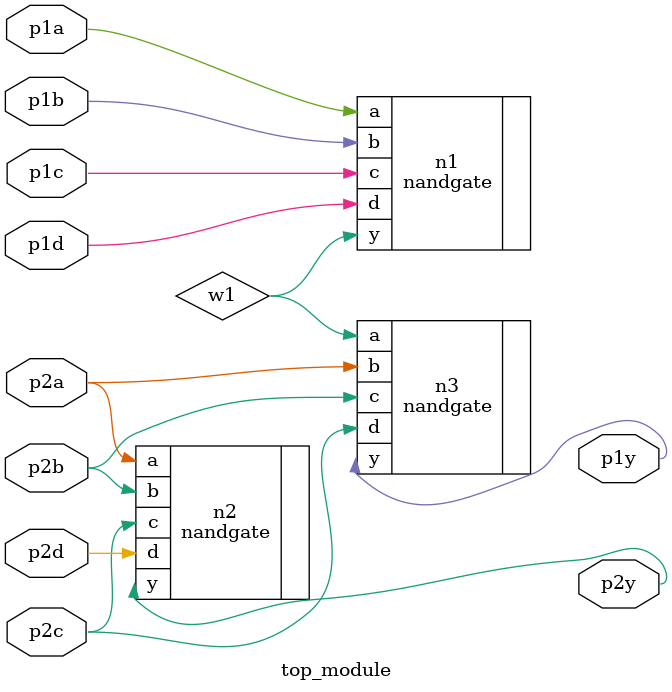
<source format=sv>
module top_module(
    input wire p1a, 
    input wire p1b, 
    input wire p1c, 
    input wire p1d, 
    output wire p1y, 
    input wire p2a, 
    input wire p2b, 
    input wire p2c, 
    input wire p2d, 
    output wire p2y
);

    // Internal wire for intermediate calculations
    wire w1;
  
    // NAND gate 1
    nandgate n1(
        .a(p1a),
        .b(p1b),
        .c(p1c),
        .d(p1d),
        .y(w1)
    );

    // NAND gate 2
    nandgate n2(
        .a(p2a),
        .b(p2b),
        .c(p2c),
        .d(p2d),
        .y(p2y)
    );

    // Output gate
    nandgate n3(
        .a(w1),
        .b(p2a),
        .c(p2b),
        .d(p2c),
        .y(p1y)
    );

endmodule

</source>
